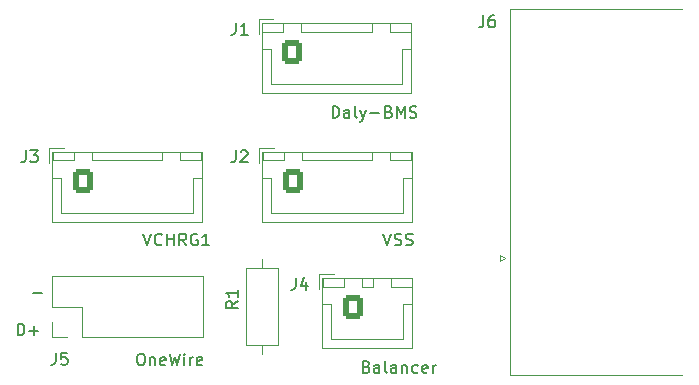
<source format=gto>
G04 #@! TF.GenerationSoftware,KiCad,Pcbnew,7.0.1*
G04 #@! TF.CreationDate,2023-03-23T13:10:05+01:00*
G04 #@! TF.ProjectId,BMS_Ctrl_DE-9_Adaptor,424d535f-4374-4726-9c5f-44452d395f41,rev?*
G04 #@! TF.SameCoordinates,Original*
G04 #@! TF.FileFunction,Legend,Top*
G04 #@! TF.FilePolarity,Positive*
%FSLAX46Y46*%
G04 Gerber Fmt 4.6, Leading zero omitted, Abs format (unit mm)*
G04 Created by KiCad (PCBNEW 7.0.1) date 2023-03-23 13:10:05*
%MOMM*%
%LPD*%
G01*
G04 APERTURE LIST*
G04 Aperture macros list*
%AMRoundRect*
0 Rectangle with rounded corners*
0 $1 Rounding radius*
0 $2 $3 $4 $5 $6 $7 $8 $9 X,Y pos of 4 corners*
0 Add a 4 corners polygon primitive as box body*
4,1,4,$2,$3,$4,$5,$6,$7,$8,$9,$2,$3,0*
0 Add four circle primitives for the rounded corners*
1,1,$1+$1,$2,$3*
1,1,$1+$1,$4,$5*
1,1,$1+$1,$6,$7*
1,1,$1+$1,$8,$9*
0 Add four rect primitives between the rounded corners*
20,1,$1+$1,$2,$3,$4,$5,0*
20,1,$1+$1,$4,$5,$6,$7,0*
20,1,$1+$1,$6,$7,$8,$9,0*
20,1,$1+$1,$8,$9,$2,$3,0*%
G04 Aperture macros list end*
%ADD10C,0.150000*%
%ADD11C,0.120000*%
%ADD12C,4.000000*%
%ADD13R,1.600000X1.600000*%
%ADD14C,1.600000*%
%ADD15RoundRect,0.250000X-0.600000X-0.725000X0.600000X-0.725000X0.600000X0.725000X-0.600000X0.725000X0*%
%ADD16O,1.700000X1.950000*%
%ADD17O,1.600000X1.600000*%
%ADD18R,1.700000X1.700000*%
%ADD19O,1.700000X1.700000*%
%ADD20RoundRect,0.250000X-0.600000X-0.750000X0.600000X-0.750000X0.600000X0.750000X-0.600000X0.750000X0*%
%ADD21O,1.700000X2.000000*%
G04 APERTURE END LIST*
D10*
X112633095Y-94111666D02*
X113395000Y-94111666D01*
X111363095Y-97667619D02*
X111363095Y-96667619D01*
X111363095Y-96667619D02*
X111601190Y-96667619D01*
X111601190Y-96667619D02*
X111744047Y-96715238D01*
X111744047Y-96715238D02*
X111839285Y-96810476D01*
X111839285Y-96810476D02*
X111886904Y-96905714D01*
X111886904Y-96905714D02*
X111934523Y-97096190D01*
X111934523Y-97096190D02*
X111934523Y-97239047D01*
X111934523Y-97239047D02*
X111886904Y-97429523D01*
X111886904Y-97429523D02*
X111839285Y-97524761D01*
X111839285Y-97524761D02*
X111744047Y-97620000D01*
X111744047Y-97620000D02*
X111601190Y-97667619D01*
X111601190Y-97667619D02*
X111363095Y-97667619D01*
X112363095Y-97286666D02*
X113125000Y-97286666D01*
X112744047Y-97667619D02*
X112744047Y-96905714D01*
X121713571Y-99207619D02*
X121904047Y-99207619D01*
X121904047Y-99207619D02*
X121999285Y-99255238D01*
X121999285Y-99255238D02*
X122094523Y-99350476D01*
X122094523Y-99350476D02*
X122142142Y-99540952D01*
X122142142Y-99540952D02*
X122142142Y-99874285D01*
X122142142Y-99874285D02*
X122094523Y-100064761D01*
X122094523Y-100064761D02*
X121999285Y-100160000D01*
X121999285Y-100160000D02*
X121904047Y-100207619D01*
X121904047Y-100207619D02*
X121713571Y-100207619D01*
X121713571Y-100207619D02*
X121618333Y-100160000D01*
X121618333Y-100160000D02*
X121523095Y-100064761D01*
X121523095Y-100064761D02*
X121475476Y-99874285D01*
X121475476Y-99874285D02*
X121475476Y-99540952D01*
X121475476Y-99540952D02*
X121523095Y-99350476D01*
X121523095Y-99350476D02*
X121618333Y-99255238D01*
X121618333Y-99255238D02*
X121713571Y-99207619D01*
X122570714Y-99540952D02*
X122570714Y-100207619D01*
X122570714Y-99636190D02*
X122618333Y-99588571D01*
X122618333Y-99588571D02*
X122713571Y-99540952D01*
X122713571Y-99540952D02*
X122856428Y-99540952D01*
X122856428Y-99540952D02*
X122951666Y-99588571D01*
X122951666Y-99588571D02*
X122999285Y-99683809D01*
X122999285Y-99683809D02*
X122999285Y-100207619D01*
X123856428Y-100160000D02*
X123761190Y-100207619D01*
X123761190Y-100207619D02*
X123570714Y-100207619D01*
X123570714Y-100207619D02*
X123475476Y-100160000D01*
X123475476Y-100160000D02*
X123427857Y-100064761D01*
X123427857Y-100064761D02*
X123427857Y-99683809D01*
X123427857Y-99683809D02*
X123475476Y-99588571D01*
X123475476Y-99588571D02*
X123570714Y-99540952D01*
X123570714Y-99540952D02*
X123761190Y-99540952D01*
X123761190Y-99540952D02*
X123856428Y-99588571D01*
X123856428Y-99588571D02*
X123904047Y-99683809D01*
X123904047Y-99683809D02*
X123904047Y-99779047D01*
X123904047Y-99779047D02*
X123427857Y-99874285D01*
X124237381Y-99207619D02*
X124475476Y-100207619D01*
X124475476Y-100207619D02*
X124665952Y-99493333D01*
X124665952Y-99493333D02*
X124856428Y-100207619D01*
X124856428Y-100207619D02*
X125094524Y-99207619D01*
X125475476Y-100207619D02*
X125475476Y-99540952D01*
X125475476Y-99207619D02*
X125427857Y-99255238D01*
X125427857Y-99255238D02*
X125475476Y-99302857D01*
X125475476Y-99302857D02*
X125523095Y-99255238D01*
X125523095Y-99255238D02*
X125475476Y-99207619D01*
X125475476Y-99207619D02*
X125475476Y-99302857D01*
X125951666Y-100207619D02*
X125951666Y-99540952D01*
X125951666Y-99731428D02*
X125999285Y-99636190D01*
X125999285Y-99636190D02*
X126046904Y-99588571D01*
X126046904Y-99588571D02*
X126142142Y-99540952D01*
X126142142Y-99540952D02*
X126237380Y-99540952D01*
X126951666Y-100160000D02*
X126856428Y-100207619D01*
X126856428Y-100207619D02*
X126665952Y-100207619D01*
X126665952Y-100207619D02*
X126570714Y-100160000D01*
X126570714Y-100160000D02*
X126523095Y-100064761D01*
X126523095Y-100064761D02*
X126523095Y-99683809D01*
X126523095Y-99683809D02*
X126570714Y-99588571D01*
X126570714Y-99588571D02*
X126665952Y-99540952D01*
X126665952Y-99540952D02*
X126856428Y-99540952D01*
X126856428Y-99540952D02*
X126951666Y-99588571D01*
X126951666Y-99588571D02*
X126999285Y-99683809D01*
X126999285Y-99683809D02*
X126999285Y-99779047D01*
X126999285Y-99779047D02*
X126523095Y-99874285D01*
X140906428Y-100318809D02*
X141049285Y-100366428D01*
X141049285Y-100366428D02*
X141096904Y-100414047D01*
X141096904Y-100414047D02*
X141144523Y-100509285D01*
X141144523Y-100509285D02*
X141144523Y-100652142D01*
X141144523Y-100652142D02*
X141096904Y-100747380D01*
X141096904Y-100747380D02*
X141049285Y-100795000D01*
X141049285Y-100795000D02*
X140954047Y-100842619D01*
X140954047Y-100842619D02*
X140573095Y-100842619D01*
X140573095Y-100842619D02*
X140573095Y-99842619D01*
X140573095Y-99842619D02*
X140906428Y-99842619D01*
X140906428Y-99842619D02*
X141001666Y-99890238D01*
X141001666Y-99890238D02*
X141049285Y-99937857D01*
X141049285Y-99937857D02*
X141096904Y-100033095D01*
X141096904Y-100033095D02*
X141096904Y-100128333D01*
X141096904Y-100128333D02*
X141049285Y-100223571D01*
X141049285Y-100223571D02*
X141001666Y-100271190D01*
X141001666Y-100271190D02*
X140906428Y-100318809D01*
X140906428Y-100318809D02*
X140573095Y-100318809D01*
X142001666Y-100842619D02*
X142001666Y-100318809D01*
X142001666Y-100318809D02*
X141954047Y-100223571D01*
X141954047Y-100223571D02*
X141858809Y-100175952D01*
X141858809Y-100175952D02*
X141668333Y-100175952D01*
X141668333Y-100175952D02*
X141573095Y-100223571D01*
X142001666Y-100795000D02*
X141906428Y-100842619D01*
X141906428Y-100842619D02*
X141668333Y-100842619D01*
X141668333Y-100842619D02*
X141573095Y-100795000D01*
X141573095Y-100795000D02*
X141525476Y-100699761D01*
X141525476Y-100699761D02*
X141525476Y-100604523D01*
X141525476Y-100604523D02*
X141573095Y-100509285D01*
X141573095Y-100509285D02*
X141668333Y-100461666D01*
X141668333Y-100461666D02*
X141906428Y-100461666D01*
X141906428Y-100461666D02*
X142001666Y-100414047D01*
X142620714Y-100842619D02*
X142525476Y-100795000D01*
X142525476Y-100795000D02*
X142477857Y-100699761D01*
X142477857Y-100699761D02*
X142477857Y-99842619D01*
X143430238Y-100842619D02*
X143430238Y-100318809D01*
X143430238Y-100318809D02*
X143382619Y-100223571D01*
X143382619Y-100223571D02*
X143287381Y-100175952D01*
X143287381Y-100175952D02*
X143096905Y-100175952D01*
X143096905Y-100175952D02*
X143001667Y-100223571D01*
X143430238Y-100795000D02*
X143335000Y-100842619D01*
X143335000Y-100842619D02*
X143096905Y-100842619D01*
X143096905Y-100842619D02*
X143001667Y-100795000D01*
X143001667Y-100795000D02*
X142954048Y-100699761D01*
X142954048Y-100699761D02*
X142954048Y-100604523D01*
X142954048Y-100604523D02*
X143001667Y-100509285D01*
X143001667Y-100509285D02*
X143096905Y-100461666D01*
X143096905Y-100461666D02*
X143335000Y-100461666D01*
X143335000Y-100461666D02*
X143430238Y-100414047D01*
X143906429Y-100175952D02*
X143906429Y-100842619D01*
X143906429Y-100271190D02*
X143954048Y-100223571D01*
X143954048Y-100223571D02*
X144049286Y-100175952D01*
X144049286Y-100175952D02*
X144192143Y-100175952D01*
X144192143Y-100175952D02*
X144287381Y-100223571D01*
X144287381Y-100223571D02*
X144335000Y-100318809D01*
X144335000Y-100318809D02*
X144335000Y-100842619D01*
X145239762Y-100795000D02*
X145144524Y-100842619D01*
X145144524Y-100842619D02*
X144954048Y-100842619D01*
X144954048Y-100842619D02*
X144858810Y-100795000D01*
X144858810Y-100795000D02*
X144811191Y-100747380D01*
X144811191Y-100747380D02*
X144763572Y-100652142D01*
X144763572Y-100652142D02*
X144763572Y-100366428D01*
X144763572Y-100366428D02*
X144811191Y-100271190D01*
X144811191Y-100271190D02*
X144858810Y-100223571D01*
X144858810Y-100223571D02*
X144954048Y-100175952D01*
X144954048Y-100175952D02*
X145144524Y-100175952D01*
X145144524Y-100175952D02*
X145239762Y-100223571D01*
X146049286Y-100795000D02*
X145954048Y-100842619D01*
X145954048Y-100842619D02*
X145763572Y-100842619D01*
X145763572Y-100842619D02*
X145668334Y-100795000D01*
X145668334Y-100795000D02*
X145620715Y-100699761D01*
X145620715Y-100699761D02*
X145620715Y-100318809D01*
X145620715Y-100318809D02*
X145668334Y-100223571D01*
X145668334Y-100223571D02*
X145763572Y-100175952D01*
X145763572Y-100175952D02*
X145954048Y-100175952D01*
X145954048Y-100175952D02*
X146049286Y-100223571D01*
X146049286Y-100223571D02*
X146096905Y-100318809D01*
X146096905Y-100318809D02*
X146096905Y-100414047D01*
X146096905Y-100414047D02*
X145620715Y-100509285D01*
X146525477Y-100842619D02*
X146525477Y-100175952D01*
X146525477Y-100366428D02*
X146573096Y-100271190D01*
X146573096Y-100271190D02*
X146620715Y-100223571D01*
X146620715Y-100223571D02*
X146715953Y-100175952D01*
X146715953Y-100175952D02*
X146811191Y-100175952D01*
X122015238Y-89047619D02*
X122348571Y-90047619D01*
X122348571Y-90047619D02*
X122681904Y-89047619D01*
X123586666Y-89952380D02*
X123539047Y-90000000D01*
X123539047Y-90000000D02*
X123396190Y-90047619D01*
X123396190Y-90047619D02*
X123300952Y-90047619D01*
X123300952Y-90047619D02*
X123158095Y-90000000D01*
X123158095Y-90000000D02*
X123062857Y-89904761D01*
X123062857Y-89904761D02*
X123015238Y-89809523D01*
X123015238Y-89809523D02*
X122967619Y-89619047D01*
X122967619Y-89619047D02*
X122967619Y-89476190D01*
X122967619Y-89476190D02*
X123015238Y-89285714D01*
X123015238Y-89285714D02*
X123062857Y-89190476D01*
X123062857Y-89190476D02*
X123158095Y-89095238D01*
X123158095Y-89095238D02*
X123300952Y-89047619D01*
X123300952Y-89047619D02*
X123396190Y-89047619D01*
X123396190Y-89047619D02*
X123539047Y-89095238D01*
X123539047Y-89095238D02*
X123586666Y-89142857D01*
X124015238Y-90047619D02*
X124015238Y-89047619D01*
X124015238Y-89523809D02*
X124586666Y-89523809D01*
X124586666Y-90047619D02*
X124586666Y-89047619D01*
X125634285Y-90047619D02*
X125300952Y-89571428D01*
X125062857Y-90047619D02*
X125062857Y-89047619D01*
X125062857Y-89047619D02*
X125443809Y-89047619D01*
X125443809Y-89047619D02*
X125539047Y-89095238D01*
X125539047Y-89095238D02*
X125586666Y-89142857D01*
X125586666Y-89142857D02*
X125634285Y-89238095D01*
X125634285Y-89238095D02*
X125634285Y-89380952D01*
X125634285Y-89380952D02*
X125586666Y-89476190D01*
X125586666Y-89476190D02*
X125539047Y-89523809D01*
X125539047Y-89523809D02*
X125443809Y-89571428D01*
X125443809Y-89571428D02*
X125062857Y-89571428D01*
X126586666Y-89095238D02*
X126491428Y-89047619D01*
X126491428Y-89047619D02*
X126348571Y-89047619D01*
X126348571Y-89047619D02*
X126205714Y-89095238D01*
X126205714Y-89095238D02*
X126110476Y-89190476D01*
X126110476Y-89190476D02*
X126062857Y-89285714D01*
X126062857Y-89285714D02*
X126015238Y-89476190D01*
X126015238Y-89476190D02*
X126015238Y-89619047D01*
X126015238Y-89619047D02*
X126062857Y-89809523D01*
X126062857Y-89809523D02*
X126110476Y-89904761D01*
X126110476Y-89904761D02*
X126205714Y-90000000D01*
X126205714Y-90000000D02*
X126348571Y-90047619D01*
X126348571Y-90047619D02*
X126443809Y-90047619D01*
X126443809Y-90047619D02*
X126586666Y-90000000D01*
X126586666Y-90000000D02*
X126634285Y-89952380D01*
X126634285Y-89952380D02*
X126634285Y-89619047D01*
X126634285Y-89619047D02*
X126443809Y-89619047D01*
X127586666Y-90047619D02*
X127015238Y-90047619D01*
X127300952Y-90047619D02*
X127300952Y-89047619D01*
X127300952Y-89047619D02*
X127205714Y-89190476D01*
X127205714Y-89190476D02*
X127110476Y-89285714D01*
X127110476Y-89285714D02*
X127015238Y-89333333D01*
X142335238Y-89047619D02*
X142668571Y-90047619D01*
X142668571Y-90047619D02*
X143001904Y-89047619D01*
X143287619Y-90000000D02*
X143430476Y-90047619D01*
X143430476Y-90047619D02*
X143668571Y-90047619D01*
X143668571Y-90047619D02*
X143763809Y-90000000D01*
X143763809Y-90000000D02*
X143811428Y-89952380D01*
X143811428Y-89952380D02*
X143859047Y-89857142D01*
X143859047Y-89857142D02*
X143859047Y-89761904D01*
X143859047Y-89761904D02*
X143811428Y-89666666D01*
X143811428Y-89666666D02*
X143763809Y-89619047D01*
X143763809Y-89619047D02*
X143668571Y-89571428D01*
X143668571Y-89571428D02*
X143478095Y-89523809D01*
X143478095Y-89523809D02*
X143382857Y-89476190D01*
X143382857Y-89476190D02*
X143335238Y-89428571D01*
X143335238Y-89428571D02*
X143287619Y-89333333D01*
X143287619Y-89333333D02*
X143287619Y-89238095D01*
X143287619Y-89238095D02*
X143335238Y-89142857D01*
X143335238Y-89142857D02*
X143382857Y-89095238D01*
X143382857Y-89095238D02*
X143478095Y-89047619D01*
X143478095Y-89047619D02*
X143716190Y-89047619D01*
X143716190Y-89047619D02*
X143859047Y-89095238D01*
X144240000Y-90000000D02*
X144382857Y-90047619D01*
X144382857Y-90047619D02*
X144620952Y-90047619D01*
X144620952Y-90047619D02*
X144716190Y-90000000D01*
X144716190Y-90000000D02*
X144763809Y-89952380D01*
X144763809Y-89952380D02*
X144811428Y-89857142D01*
X144811428Y-89857142D02*
X144811428Y-89761904D01*
X144811428Y-89761904D02*
X144763809Y-89666666D01*
X144763809Y-89666666D02*
X144716190Y-89619047D01*
X144716190Y-89619047D02*
X144620952Y-89571428D01*
X144620952Y-89571428D02*
X144430476Y-89523809D01*
X144430476Y-89523809D02*
X144335238Y-89476190D01*
X144335238Y-89476190D02*
X144287619Y-89428571D01*
X144287619Y-89428571D02*
X144240000Y-89333333D01*
X144240000Y-89333333D02*
X144240000Y-89238095D01*
X144240000Y-89238095D02*
X144287619Y-89142857D01*
X144287619Y-89142857D02*
X144335238Y-89095238D01*
X144335238Y-89095238D02*
X144430476Y-89047619D01*
X144430476Y-89047619D02*
X144668571Y-89047619D01*
X144668571Y-89047619D02*
X144811428Y-89095238D01*
X138033095Y-79252619D02*
X138033095Y-78252619D01*
X138033095Y-78252619D02*
X138271190Y-78252619D01*
X138271190Y-78252619D02*
X138414047Y-78300238D01*
X138414047Y-78300238D02*
X138509285Y-78395476D01*
X138509285Y-78395476D02*
X138556904Y-78490714D01*
X138556904Y-78490714D02*
X138604523Y-78681190D01*
X138604523Y-78681190D02*
X138604523Y-78824047D01*
X138604523Y-78824047D02*
X138556904Y-79014523D01*
X138556904Y-79014523D02*
X138509285Y-79109761D01*
X138509285Y-79109761D02*
X138414047Y-79205000D01*
X138414047Y-79205000D02*
X138271190Y-79252619D01*
X138271190Y-79252619D02*
X138033095Y-79252619D01*
X139461666Y-79252619D02*
X139461666Y-78728809D01*
X139461666Y-78728809D02*
X139414047Y-78633571D01*
X139414047Y-78633571D02*
X139318809Y-78585952D01*
X139318809Y-78585952D02*
X139128333Y-78585952D01*
X139128333Y-78585952D02*
X139033095Y-78633571D01*
X139461666Y-79205000D02*
X139366428Y-79252619D01*
X139366428Y-79252619D02*
X139128333Y-79252619D01*
X139128333Y-79252619D02*
X139033095Y-79205000D01*
X139033095Y-79205000D02*
X138985476Y-79109761D01*
X138985476Y-79109761D02*
X138985476Y-79014523D01*
X138985476Y-79014523D02*
X139033095Y-78919285D01*
X139033095Y-78919285D02*
X139128333Y-78871666D01*
X139128333Y-78871666D02*
X139366428Y-78871666D01*
X139366428Y-78871666D02*
X139461666Y-78824047D01*
X140080714Y-79252619D02*
X139985476Y-79205000D01*
X139985476Y-79205000D02*
X139937857Y-79109761D01*
X139937857Y-79109761D02*
X139937857Y-78252619D01*
X140366429Y-78585952D02*
X140604524Y-79252619D01*
X140842619Y-78585952D02*
X140604524Y-79252619D01*
X140604524Y-79252619D02*
X140509286Y-79490714D01*
X140509286Y-79490714D02*
X140461667Y-79538333D01*
X140461667Y-79538333D02*
X140366429Y-79585952D01*
X141223572Y-78871666D02*
X141985477Y-78871666D01*
X142795000Y-78728809D02*
X142937857Y-78776428D01*
X142937857Y-78776428D02*
X142985476Y-78824047D01*
X142985476Y-78824047D02*
X143033095Y-78919285D01*
X143033095Y-78919285D02*
X143033095Y-79062142D01*
X143033095Y-79062142D02*
X142985476Y-79157380D01*
X142985476Y-79157380D02*
X142937857Y-79205000D01*
X142937857Y-79205000D02*
X142842619Y-79252619D01*
X142842619Y-79252619D02*
X142461667Y-79252619D01*
X142461667Y-79252619D02*
X142461667Y-78252619D01*
X142461667Y-78252619D02*
X142795000Y-78252619D01*
X142795000Y-78252619D02*
X142890238Y-78300238D01*
X142890238Y-78300238D02*
X142937857Y-78347857D01*
X142937857Y-78347857D02*
X142985476Y-78443095D01*
X142985476Y-78443095D02*
X142985476Y-78538333D01*
X142985476Y-78538333D02*
X142937857Y-78633571D01*
X142937857Y-78633571D02*
X142890238Y-78681190D01*
X142890238Y-78681190D02*
X142795000Y-78728809D01*
X142795000Y-78728809D02*
X142461667Y-78728809D01*
X143461667Y-79252619D02*
X143461667Y-78252619D01*
X143461667Y-78252619D02*
X143795000Y-78966904D01*
X143795000Y-78966904D02*
X144128333Y-78252619D01*
X144128333Y-78252619D02*
X144128333Y-79252619D01*
X144556905Y-79205000D02*
X144699762Y-79252619D01*
X144699762Y-79252619D02*
X144937857Y-79252619D01*
X144937857Y-79252619D02*
X145033095Y-79205000D01*
X145033095Y-79205000D02*
X145080714Y-79157380D01*
X145080714Y-79157380D02*
X145128333Y-79062142D01*
X145128333Y-79062142D02*
X145128333Y-78966904D01*
X145128333Y-78966904D02*
X145080714Y-78871666D01*
X145080714Y-78871666D02*
X145033095Y-78824047D01*
X145033095Y-78824047D02*
X144937857Y-78776428D01*
X144937857Y-78776428D02*
X144747381Y-78728809D01*
X144747381Y-78728809D02*
X144652143Y-78681190D01*
X144652143Y-78681190D02*
X144604524Y-78633571D01*
X144604524Y-78633571D02*
X144556905Y-78538333D01*
X144556905Y-78538333D02*
X144556905Y-78443095D01*
X144556905Y-78443095D02*
X144604524Y-78347857D01*
X144604524Y-78347857D02*
X144652143Y-78300238D01*
X144652143Y-78300238D02*
X144747381Y-78252619D01*
X144747381Y-78252619D02*
X144985476Y-78252619D01*
X144985476Y-78252619D02*
X145128333Y-78300238D01*
X150796666Y-70582619D02*
X150796666Y-71296904D01*
X150796666Y-71296904D02*
X150749047Y-71439761D01*
X150749047Y-71439761D02*
X150653809Y-71535000D01*
X150653809Y-71535000D02*
X150510952Y-71582619D01*
X150510952Y-71582619D02*
X150415714Y-71582619D01*
X151701428Y-70582619D02*
X151510952Y-70582619D01*
X151510952Y-70582619D02*
X151415714Y-70630238D01*
X151415714Y-70630238D02*
X151368095Y-70677857D01*
X151368095Y-70677857D02*
X151272857Y-70820714D01*
X151272857Y-70820714D02*
X151225238Y-71011190D01*
X151225238Y-71011190D02*
X151225238Y-71392142D01*
X151225238Y-71392142D02*
X151272857Y-71487380D01*
X151272857Y-71487380D02*
X151320476Y-71535000D01*
X151320476Y-71535000D02*
X151415714Y-71582619D01*
X151415714Y-71582619D02*
X151606190Y-71582619D01*
X151606190Y-71582619D02*
X151701428Y-71535000D01*
X151701428Y-71535000D02*
X151749047Y-71487380D01*
X151749047Y-71487380D02*
X151796666Y-71392142D01*
X151796666Y-71392142D02*
X151796666Y-71154047D01*
X151796666Y-71154047D02*
X151749047Y-71058809D01*
X151749047Y-71058809D02*
X151701428Y-71011190D01*
X151701428Y-71011190D02*
X151606190Y-70963571D01*
X151606190Y-70963571D02*
X151415714Y-70963571D01*
X151415714Y-70963571D02*
X151320476Y-71011190D01*
X151320476Y-71011190D02*
X151272857Y-71058809D01*
X151272857Y-71058809D02*
X151225238Y-71154047D01*
X129841666Y-82012619D02*
X129841666Y-82726904D01*
X129841666Y-82726904D02*
X129794047Y-82869761D01*
X129794047Y-82869761D02*
X129698809Y-82965000D01*
X129698809Y-82965000D02*
X129555952Y-83012619D01*
X129555952Y-83012619D02*
X129460714Y-83012619D01*
X130270238Y-82107857D02*
X130317857Y-82060238D01*
X130317857Y-82060238D02*
X130413095Y-82012619D01*
X130413095Y-82012619D02*
X130651190Y-82012619D01*
X130651190Y-82012619D02*
X130746428Y-82060238D01*
X130746428Y-82060238D02*
X130794047Y-82107857D01*
X130794047Y-82107857D02*
X130841666Y-82203095D01*
X130841666Y-82203095D02*
X130841666Y-82298333D01*
X130841666Y-82298333D02*
X130794047Y-82441190D01*
X130794047Y-82441190D02*
X130222619Y-83012619D01*
X130222619Y-83012619D02*
X130841666Y-83012619D01*
X112061666Y-82012619D02*
X112061666Y-82726904D01*
X112061666Y-82726904D02*
X112014047Y-82869761D01*
X112014047Y-82869761D02*
X111918809Y-82965000D01*
X111918809Y-82965000D02*
X111775952Y-83012619D01*
X111775952Y-83012619D02*
X111680714Y-83012619D01*
X112442619Y-82012619D02*
X113061666Y-82012619D01*
X113061666Y-82012619D02*
X112728333Y-82393571D01*
X112728333Y-82393571D02*
X112871190Y-82393571D01*
X112871190Y-82393571D02*
X112966428Y-82441190D01*
X112966428Y-82441190D02*
X113014047Y-82488809D01*
X113014047Y-82488809D02*
X113061666Y-82584047D01*
X113061666Y-82584047D02*
X113061666Y-82822142D01*
X113061666Y-82822142D02*
X113014047Y-82917380D01*
X113014047Y-82917380D02*
X112966428Y-82965000D01*
X112966428Y-82965000D02*
X112871190Y-83012619D01*
X112871190Y-83012619D02*
X112585476Y-83012619D01*
X112585476Y-83012619D02*
X112490238Y-82965000D01*
X112490238Y-82965000D02*
X112442619Y-82917380D01*
X129841666Y-71217619D02*
X129841666Y-71931904D01*
X129841666Y-71931904D02*
X129794047Y-72074761D01*
X129794047Y-72074761D02*
X129698809Y-72170000D01*
X129698809Y-72170000D02*
X129555952Y-72217619D01*
X129555952Y-72217619D02*
X129460714Y-72217619D01*
X130841666Y-72217619D02*
X130270238Y-72217619D01*
X130555952Y-72217619D02*
X130555952Y-71217619D01*
X130555952Y-71217619D02*
X130460714Y-71360476D01*
X130460714Y-71360476D02*
X130365476Y-71455714D01*
X130365476Y-71455714D02*
X130270238Y-71503333D01*
X130002619Y-94781666D02*
X129526428Y-95114999D01*
X130002619Y-95353094D02*
X129002619Y-95353094D01*
X129002619Y-95353094D02*
X129002619Y-94972142D01*
X129002619Y-94972142D02*
X129050238Y-94876904D01*
X129050238Y-94876904D02*
X129097857Y-94829285D01*
X129097857Y-94829285D02*
X129193095Y-94781666D01*
X129193095Y-94781666D02*
X129335952Y-94781666D01*
X129335952Y-94781666D02*
X129431190Y-94829285D01*
X129431190Y-94829285D02*
X129478809Y-94876904D01*
X129478809Y-94876904D02*
X129526428Y-94972142D01*
X129526428Y-94972142D02*
X129526428Y-95353094D01*
X130002619Y-93829285D02*
X130002619Y-94400713D01*
X130002619Y-94114999D02*
X129002619Y-94114999D01*
X129002619Y-94114999D02*
X129145476Y-94210237D01*
X129145476Y-94210237D02*
X129240714Y-94305475D01*
X129240714Y-94305475D02*
X129288333Y-94400713D01*
X114601666Y-99157619D02*
X114601666Y-99871904D01*
X114601666Y-99871904D02*
X114554047Y-100014761D01*
X114554047Y-100014761D02*
X114458809Y-100110000D01*
X114458809Y-100110000D02*
X114315952Y-100157619D01*
X114315952Y-100157619D02*
X114220714Y-100157619D01*
X115554047Y-99157619D02*
X115077857Y-99157619D01*
X115077857Y-99157619D02*
X115030238Y-99633809D01*
X115030238Y-99633809D02*
X115077857Y-99586190D01*
X115077857Y-99586190D02*
X115173095Y-99538571D01*
X115173095Y-99538571D02*
X115411190Y-99538571D01*
X115411190Y-99538571D02*
X115506428Y-99586190D01*
X115506428Y-99586190D02*
X115554047Y-99633809D01*
X115554047Y-99633809D02*
X115601666Y-99729047D01*
X115601666Y-99729047D02*
X115601666Y-99967142D01*
X115601666Y-99967142D02*
X115554047Y-100062380D01*
X115554047Y-100062380D02*
X115506428Y-100110000D01*
X115506428Y-100110000D02*
X115411190Y-100157619D01*
X115411190Y-100157619D02*
X115173095Y-100157619D01*
X115173095Y-100157619D02*
X115077857Y-100110000D01*
X115077857Y-100110000D02*
X115030238Y-100062380D01*
X134921666Y-92807619D02*
X134921666Y-93521904D01*
X134921666Y-93521904D02*
X134874047Y-93664761D01*
X134874047Y-93664761D02*
X134778809Y-93760000D01*
X134778809Y-93760000D02*
X134635952Y-93807619D01*
X134635952Y-93807619D02*
X134540714Y-93807619D01*
X135826428Y-93140952D02*
X135826428Y-93807619D01*
X135588333Y-92760000D02*
X135350238Y-93474285D01*
X135350238Y-93474285D02*
X135969285Y-93474285D01*
D11*
X153080000Y-101035000D02*
X153080000Y-70065000D01*
X167620000Y-101035000D02*
X153080000Y-101035000D01*
X152185662Y-91340000D02*
X152185662Y-90840000D01*
X152618675Y-91090000D02*
X152185662Y-91340000D01*
X152185662Y-90840000D02*
X152618675Y-91090000D01*
X153080000Y-70065000D02*
X167620000Y-70065000D01*
X131810000Y-81815000D02*
X131810000Y-83065000D01*
X132100000Y-82105000D02*
X132100000Y-88075000D01*
X132100000Y-88075000D02*
X144720000Y-88075000D01*
X132110000Y-82115000D02*
X132110000Y-82865000D01*
X132110000Y-82865000D02*
X133910000Y-82865000D01*
X132110000Y-84365000D02*
X132860000Y-84365000D01*
X132860000Y-84365000D02*
X132860000Y-87315000D01*
X132860000Y-87315000D02*
X138410000Y-87315000D01*
X133060000Y-81815000D02*
X131810000Y-81815000D01*
X133910000Y-82115000D02*
X132110000Y-82115000D01*
X133910000Y-82865000D02*
X133910000Y-82115000D01*
X135410000Y-82115000D02*
X135410000Y-82865000D01*
X135410000Y-82865000D02*
X141410000Y-82865000D01*
X141410000Y-82115000D02*
X135410000Y-82115000D01*
X141410000Y-82865000D02*
X141410000Y-82115000D01*
X142910000Y-82115000D02*
X142910000Y-82865000D01*
X142910000Y-82865000D02*
X144710000Y-82865000D01*
X143960000Y-84365000D02*
X143960000Y-87315000D01*
X143960000Y-87315000D02*
X138410000Y-87315000D01*
X144710000Y-82115000D02*
X142910000Y-82115000D01*
X144710000Y-82865000D02*
X144710000Y-82115000D01*
X144710000Y-84365000D02*
X143960000Y-84365000D01*
X144720000Y-82105000D02*
X132100000Y-82105000D01*
X144720000Y-88075000D02*
X144720000Y-82105000D01*
X114030000Y-81815000D02*
X114030000Y-83065000D01*
X114320000Y-82105000D02*
X114320000Y-88075000D01*
X114320000Y-88075000D02*
X126940000Y-88075000D01*
X114330000Y-82115000D02*
X114330000Y-82865000D01*
X114330000Y-82865000D02*
X116130000Y-82865000D01*
X114330000Y-84365000D02*
X115080000Y-84365000D01*
X115080000Y-84365000D02*
X115080000Y-87315000D01*
X115080000Y-87315000D02*
X120630000Y-87315000D01*
X115280000Y-81815000D02*
X114030000Y-81815000D01*
X116130000Y-82115000D02*
X114330000Y-82115000D01*
X116130000Y-82865000D02*
X116130000Y-82115000D01*
X117630000Y-82115000D02*
X117630000Y-82865000D01*
X117630000Y-82865000D02*
X123630000Y-82865000D01*
X123630000Y-82115000D02*
X117630000Y-82115000D01*
X123630000Y-82865000D02*
X123630000Y-82115000D01*
X125130000Y-82115000D02*
X125130000Y-82865000D01*
X125130000Y-82865000D02*
X126930000Y-82865000D01*
X126180000Y-84365000D02*
X126180000Y-87315000D01*
X126180000Y-87315000D02*
X120630000Y-87315000D01*
X126930000Y-82115000D02*
X125130000Y-82115000D01*
X126930000Y-82865000D02*
X126930000Y-82115000D01*
X126930000Y-84365000D02*
X126180000Y-84365000D01*
X126940000Y-82105000D02*
X114320000Y-82105000D01*
X126940000Y-88075000D02*
X126940000Y-82105000D01*
X131770000Y-70910000D02*
X131770000Y-72160000D01*
X132060000Y-71200000D02*
X132060000Y-77170000D01*
X132060000Y-77170000D02*
X144680000Y-77170000D01*
X132070000Y-71210000D02*
X132070000Y-71960000D01*
X132070000Y-71960000D02*
X133870000Y-71960000D01*
X132070000Y-73460000D02*
X132820000Y-73460000D01*
X132820000Y-73460000D02*
X132820000Y-76410000D01*
X132820000Y-76410000D02*
X138370000Y-76410000D01*
X133020000Y-70910000D02*
X131770000Y-70910000D01*
X133870000Y-71210000D02*
X132070000Y-71210000D01*
X133870000Y-71960000D02*
X133870000Y-71210000D01*
X135370000Y-71210000D02*
X135370000Y-71960000D01*
X135370000Y-71960000D02*
X141370000Y-71960000D01*
X141370000Y-71210000D02*
X135370000Y-71210000D01*
X141370000Y-71960000D02*
X141370000Y-71210000D01*
X142870000Y-71210000D02*
X142870000Y-71960000D01*
X142870000Y-71960000D02*
X144670000Y-71960000D01*
X143920000Y-73460000D02*
X143920000Y-76410000D01*
X143920000Y-76410000D02*
X138370000Y-76410000D01*
X144670000Y-71210000D02*
X142870000Y-71210000D01*
X144670000Y-71960000D02*
X144670000Y-71210000D01*
X144670000Y-73460000D02*
X143920000Y-73460000D01*
X144680000Y-71200000D02*
X132060000Y-71200000D01*
X144680000Y-77170000D02*
X144680000Y-71200000D01*
X132080000Y-91210000D02*
X132080000Y-91980000D01*
X133450000Y-91980000D02*
X130710000Y-91980000D01*
X130710000Y-91980000D02*
X130710000Y-98520000D01*
X133450000Y-98520000D02*
X133450000Y-91980000D01*
X130710000Y-98520000D02*
X133450000Y-98520000D01*
X132080000Y-99290000D02*
X132080000Y-98520000D01*
X114240000Y-97850000D02*
X114240000Y-96520000D01*
X115570000Y-97850000D02*
X114240000Y-97850000D01*
X116840000Y-97850000D02*
X127060000Y-97850000D01*
X116840000Y-97850000D02*
X116840000Y-95250000D01*
X127060000Y-97850000D02*
X127060000Y-92650000D01*
X114240000Y-95250000D02*
X114240000Y-92650000D01*
X116840000Y-95250000D02*
X114240000Y-95250000D01*
X114240000Y-92650000D02*
X127060000Y-92650000D01*
X136890000Y-92500000D02*
X136890000Y-93750000D01*
X137180000Y-92790000D02*
X137180000Y-98760000D01*
X137180000Y-98760000D02*
X144800000Y-98760000D01*
X137190000Y-92800000D02*
X137190000Y-93550000D01*
X137190000Y-93550000D02*
X138990000Y-93550000D01*
X137190000Y-95050000D02*
X137940000Y-95050000D01*
X137940000Y-95050000D02*
X137940000Y-98000000D01*
X137940000Y-98000000D02*
X140990000Y-98000000D01*
X138140000Y-92500000D02*
X136890000Y-92500000D01*
X138990000Y-92800000D02*
X137190000Y-92800000D01*
X138990000Y-93550000D02*
X138990000Y-92800000D01*
X140490000Y-92800000D02*
X140490000Y-93550000D01*
X140490000Y-93550000D02*
X141490000Y-93550000D01*
X141490000Y-92800000D02*
X140490000Y-92800000D01*
X141490000Y-93550000D02*
X141490000Y-92800000D01*
X142990000Y-92800000D02*
X142990000Y-93550000D01*
X142990000Y-93550000D02*
X144790000Y-93550000D01*
X144040000Y-95050000D02*
X144040000Y-98000000D01*
X144040000Y-98000000D02*
X140990000Y-98000000D01*
X144790000Y-92800000D02*
X142990000Y-92800000D01*
X144790000Y-93550000D02*
X144790000Y-92800000D01*
X144790000Y-95050000D02*
X144040000Y-95050000D01*
X144800000Y-92790000D02*
X137180000Y-92790000D01*
X144800000Y-98760000D02*
X144800000Y-92790000D01*
%LPC*%
D12*
X156360000Y-98050000D03*
X156360000Y-73050000D03*
D13*
X154940000Y-91090000D03*
D14*
X154940000Y-88320000D03*
X154940000Y-85550000D03*
X154940000Y-82780000D03*
X154940000Y-80010000D03*
X157780000Y-89705000D03*
X157780000Y-86935000D03*
X157780000Y-84165000D03*
X157780000Y-81395000D03*
D15*
X134660000Y-84565000D03*
D16*
X137160000Y-84565000D03*
X139660000Y-84565000D03*
X142160000Y-84565000D03*
D15*
X116880000Y-84565000D03*
D16*
X119380000Y-84565000D03*
X121880000Y-84565000D03*
X124380000Y-84565000D03*
D15*
X134620000Y-73660000D03*
D16*
X137120000Y-73660000D03*
X139620000Y-73660000D03*
X142120000Y-73660000D03*
D14*
X132080000Y-90170000D03*
D17*
X132080000Y-100330000D03*
D18*
X115570000Y-96520000D03*
D19*
X115570000Y-93980000D03*
X118110000Y-96520000D03*
X118110000Y-93980000D03*
X120650000Y-96520000D03*
X120650000Y-93980000D03*
X123190000Y-96520000D03*
X123190000Y-93980000D03*
X125730000Y-96520000D03*
X125730000Y-93980000D03*
D20*
X139740000Y-95250000D03*
D21*
X142240000Y-95250000D03*
M02*

</source>
